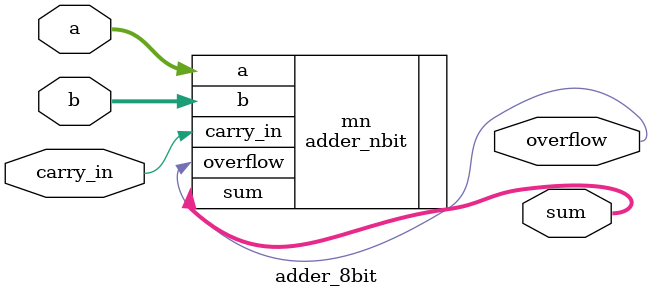
<source format=sv>

module adder_8bit
(
	input wire [7:0] a,
	input wire [7:0] b,
	input wire carry_in,
	output wire [7:0] sum,
	output wire overflow
);

	// STUDENT: Fill in the correct port map with parameter override syntax for using your n-bit ripple carry adder design to be an 8-bit ripple carry adder design
adder_nbit #(8) mn(.a(a), .b(b), .carry_in(carry_in), .sum(sum), .overflow(overflow));

endmodule

</source>
